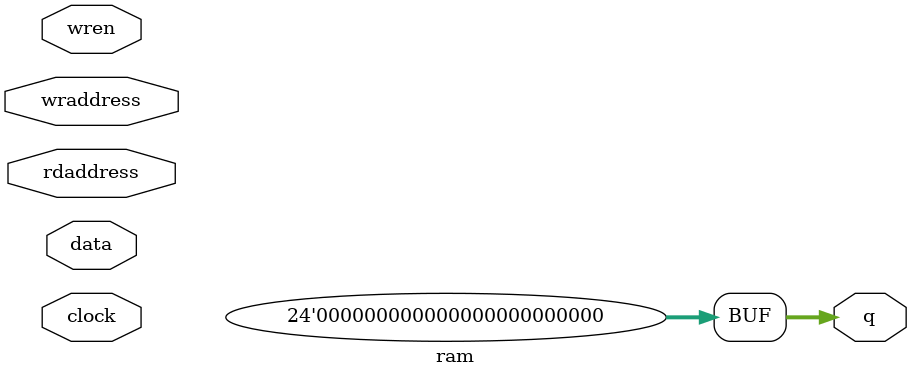
<source format=v>

/* verilator lint_off UNUSED */
module ram (
    input         clock,
    input  [23:0] data,
    input   [6:0] rdaddress,
    input   [6:0] wraddress,
    input         wren,
    output [23:0] q
);

assign q = 24'h0;

endmodule

</source>
